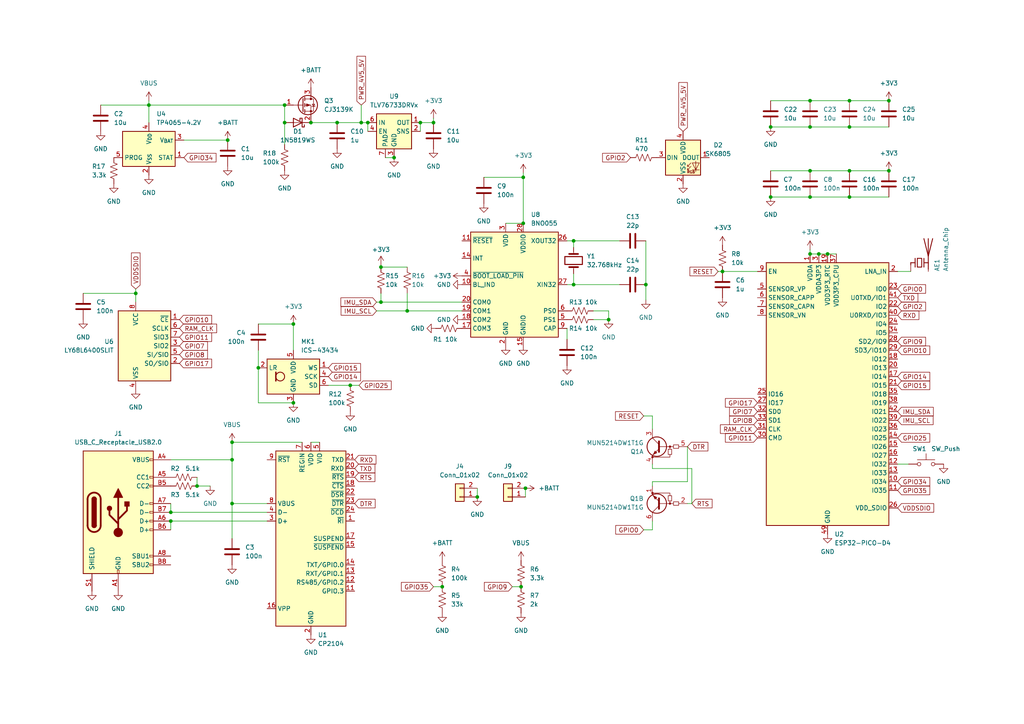
<source format=kicad_sch>
(kicad_sch (version 20230121) (generator eeschema)
  (paper "A4")
  (lib_symbols
    (symbol "Battery_Management:MCP73831-2-OT"
      (property "Reference" "U" (at -7.62 6.35 0))
      (property "Value" "MCP73831-2-OT" (at 1.27 6.35 0))
      (symbol "MCP73831-2-OT_1_1"
        (pin output line (at 10.16 -2.54 180) (length 2.54) (name "STAT") (number "1"))
        (pin power_in line (at 0 -7.62 90) (length 2.54) (name "V_{SS}") (number "2"))
        (pin power_out line (at 10.16 2.54 180) (length 2.54) (name "V_{BAT}") (number "3"))
        (pin power_in line (at 0 7.62 270) (length 2.54) (name "V_{DD}") (number "4"))
        (pin input line (at -10.16 -2.54 0) (length 2.54) (name "PROG") (number "5"))
      )
    )
    (symbol "Connector:USB_C_Receptacle_USB2.0" (pin_names (offset 1.016))
      (property "Reference" "J" (at -10.16 19.05 0))
      (property "Value" "USB_C_Receptacle_USB2.0" (at 19.05 19.05 0))
      (symbol "USB_C_Receptacle_USB2.0_1_1"
        (pin passive line (at 0 -22.86 90) (length 5.08) (name "GND") (number "A1"))
        (pin passive line (at 0 -22.86 90) (length 5.08) hide (name "GND") (number "A12"))
        (pin passive line (at 15.24 15.24 180) (length 5.08) (name "VBUS") (number "A4"))
        (pin bidirectional line (at 15.24 10.16 180) (length 5.08) (name "CC1") (number "A5"))
        (pin bidirectional line (at 15.24 -2.54 180) (length 5.08) (name "D+") (number "A6"))
        (pin bidirectional line (at 15.24 2.54 180) (length 5.08) (name "D-") (number "A7"))
        (pin bidirectional line (at 15.24 -12.7 180) (length 5.08) (name "SBU1") (number "A8"))
        (pin passive line (at 15.24 15.24 180) (length 5.08) hide (name "VBUS") (number "A9"))
        (pin passive line (at 0 -22.86 90) (length 5.08) hide (name "GND") (number "B1"))
        (pin passive line (at 0 -22.86 90) (length 5.08) hide (name "GND") (number "B12"))
        (pin passive line (at 15.24 15.24 180) (length 5.08) hide (name "VBUS") (number "B4"))
        (pin bidirectional line (at 15.24 7.62 180) (length 5.08) (name "CC2") (number "B5"))
        (pin bidirectional line (at 15.24 -5.08 180) (length 5.08) (name "D+") (number "B6"))
        (pin bidirectional line (at 15.24 0 180) (length 5.08) (name "D-") (number "B7"))
        (pin bidirectional line (at 15.24 -15.24 180) (length 5.08) (name "SBU2") (number "B8"))
        (pin passive line (at 15.24 15.24 180) (length 5.08) hide (name "VBUS") (number "B9"))
        (pin passive line (at -7.62 -22.86 90) (length 5.08) (name "SHIELD") (number "S1"))
      )
    )
    (symbol "Connector_Generic:Conn_01x02" (pin_names (offset 1.016) hide)
      (property "Reference" "J" (at 0 2.54 0))
      (property "Value" "Conn_01x02" (at 0 -5.08 0))
      (symbol "Conn_01x02_1_1"
        (pin passive line (at -5.08 0 0) (length 3.81) (name "Pin_1") (number "1"))
        (pin passive line (at -5.08 -2.54 0) (length 3.81) (name "Pin_2") (number "2"))
      )
    )
    (symbol "Device:Antenna_Chip" (pin_numbers hide) (pin_names (offset 1.016) hide)
      (property "Reference" "AE" (at 0 5.08 0))
      (property "Value" "Antenna_Chip" (at 0 3.175 0))
      (symbol "Antenna_Chip_1_1"
        (pin input line (at -2.54 -2.54 90) (length 2.54) (name "FEED") (number "1"))
        (pin passive line (at 2.54 -2.54 90) (length 2.54) (name "PCB_Trace") (number "2"))
      )
    )
    (symbol "Device:C" (pin_numbers hide) (pin_names (offset 0.254))
      (property "Reference" "C" (at 0.635 2.54 0))
      (property "Value" "C" (at 0.635 -2.54 0))
      (symbol "C_1_1"
        (pin passive line (at 0 3.81 270) (length 2.794) (name "~") (number "1"))
        (pin passive line (at 0 -3.81 90) (length 2.794) (name "~") (number "2"))
      )
    )
    (symbol "Device:Crystal" (pin_numbers hide) (pin_names (offset 1.016) hide)
      (property "Reference" "Y" (at 0 3.81 0))
      (property "Value" "Crystal" (at 0 -3.81 0))
      (symbol "Crystal_1_1"
        (pin passive line (at -3.81 0 0) (length 1.27) (name "1") (number "1"))
        (pin passive line (at 3.81 0 180) (length 1.27) (name "2") (number "2"))
      )
    )
    (symbol "Device:R_US" (pin_numbers hide) (pin_names (offset 0))
      (property "Reference" "R" (at 2.54 0 90))
      (property "Value" "R_US" (at -2.54 0 90))
      (symbol "R_US_1_1"
        (pin passive line (at 0 3.81 270) (length 1.27) (name "~") (number "1"))
        (pin passive line (at 0 -3.81 90) (length 1.27) (name "~") (number "2"))
      )
    )
    (symbol "Diode:1N5819WS" (pin_numbers hide) (pin_names (offset 1.016) hide)
      (property "Reference" "D" (at 0 2.54 0))
      (property "Value" "1N5819WS" (at 0 -2.54 0))
      (symbol "1N5819WS_1_1"
        (pin passive line (at -3.81 0 0) (length 2.54) (name "K") (number "1"))
        (pin passive line (at 3.81 0 180) (length 2.54) (name "A") (number "2"))
      )
    )
    (symbol "Interface_USB:CP2104"
      (property "Reference" "U" (at -5.08 28.575 0))
      (property "Value" "CP2104" (at -5.08 26.67 0))
      (symbol "CP2104_1_1"
        (pin input line (at 12.7 5.08 180) (length 2.54) (name "~{RI}") (number "1"))
        (pin no_connect line (at 10.16 -20.32 180) (length 2.54) hide (name "NC") (number "10"))
        (pin bidirectional line (at 12.7 -15.24 180) (length 2.54) (name "GPIO.3") (number "11"))
        (pin bidirectional line (at 12.7 -12.7 180) (length 2.54) (name "RS485/GPIO.2") (number "12"))
        (pin bidirectional line (at 12.7 -10.16 180) (length 2.54) (name "RXT/GPIO.1") (number "13"))
        (pin bidirectional line (at 12.7 -7.62 180) (length 2.54) (name "TXT/GPIO.0") (number "14"))
        (pin output line (at 12.7 -2.54 180) (length 2.54) (name "~{SUSPEND}") (number "15"))
        (pin passive line (at -12.7 -20.32 0) (length 2.54) (name "VPP") (number "16"))
        (pin output line (at 12.7 0 180) (length 2.54) (name "SUSPEND") (number "17"))
        (pin input line (at 12.7 15.24 180) (length 2.54) (name "~{CTS}") (number "18"))
        (pin output line (at 12.7 17.78 180) (length 2.54) (name "~{RTS}") (number "19"))
        (pin power_in line (at 0 -27.94 90) (length 2.54) (name "GND") (number "2"))
        (pin input line (at 12.7 20.32 180) (length 2.54) (name "RXD") (number "20"))
        (pin output line (at 12.7 22.86 180) (length 2.54) (name "TXD") (number "21"))
        (pin input line (at 12.7 12.7 180) (length 2.54) (name "~{DSR}") (number "22"))
        (pin output line (at 12.7 10.16 180) (length 2.54) (name "~{DTR}") (number "23"))
        (pin input line (at 12.7 7.62 180) (length 2.54) (name "~{DCD}") (number "24"))
        (pin passive line (at 0 -27.94 90) (length 2.54) hide (name "GND") (number "25"))
        (pin bidirectional line (at -12.7 5.08 0) (length 2.54) (name "D+") (number "3"))
        (pin bidirectional line (at -12.7 7.62 0) (length 2.54) (name "D-") (number "4"))
        (pin power_in line (at 2.54 27.94 270) (length 2.54) (name "VIO") (number "5"))
        (pin power_in line (at 0 27.94 270) (length 2.54) (name "VDD") (number "6"))
        (pin power_in line (at -2.54 27.94 270) (length 2.54) (name "REGIN") (number "7"))
        (pin input line (at -12.7 10.16 0) (length 2.54) (name "VBUS") (number "8"))
        (pin bidirectional line (at -12.7 22.86 0) (length 2.54) (name "~{RST}") (number "9"))
      )
    )
    (symbol "LED:SK6805" (pin_names (offset 0.254))
      (property "Reference" "D" (at 5.08 5.715 0))
      (property "Value" "SK6805" (at 1.27 -5.715 0))
      (symbol "SK6805_0_0"
        (text "RGB" (at 2.286 -4.191 0) (effects (font (size 0.762 0.762))))
      )
      (symbol "SK6805_1_1"
        (pin output line (at 7.62 0 180) (length 2.54) (name "DOUT") (number "1"))
        (pin power_in line (at 0 -7.62 90) (length 2.54) (name "VSS") (number "2"))
        (pin input line (at -7.62 0 0) (length 2.54) (name "DIN") (number "3"))
        (pin power_in line (at 0 7.62 270) (length 2.54) (name "VDD") (number "4"))
      )
    )
    (symbol "Memory_RAM:ESP-PSRAM32"
      (property "Reference" "U" (at 3.81 11.43 0))
      (property "Value" "ESP-PSRAM32" (at -1.27 -11.43 0))
      (symbol "ESP-PSRAM32_1_1"
        (pin input line (at 10.16 7.62 180) (length 2.54) (name "~{CE}") (number "1"))
        (pin output line (at 10.16 -5.08 180) (length 2.54) (name "SO/SIO") (number "2"))
        (pin bidirectional line (at 10.16 0 180) (length 2.54) (name "SIO2") (number "3"))
        (pin power_in line (at -2.54 -12.7 90) (length 2.54) (name "VSS") (number "4"))
        (pin input line (at 10.16 -2.54 180) (length 2.54) (name "SI/SIO") (number "5"))
        (pin output line (at 10.16 5.08 180) (length 2.54) (name "SCLK") (number "6"))
        (pin bidirectional line (at 10.16 2.54 180) (length 2.54) (name "SIO3") (number "7"))
        (pin power_in line (at -2.54 12.7 270) (length 2.54) (name "VCC") (number "8"))
      )
    )
    (symbol "RF_Module:ESP32-PICO-D4"
      (property "Reference" "U" (at -17.78 39.37 0))
      (property "Value" "ESP32-PICO-D4" (at 3.81 39.37 0))
      (symbol "ESP32-PICO-D4_0_0"
        (pin power_in line (at -5.08 40.64 270) (length 2.54) (name "VDDA") (number "1"))
        (pin input line (at 20.32 -25.4 180) (length 2.54) (name "IO34") (number "10"))
        (pin input line (at 20.32 -27.94 180) (length 2.54) (name "IO35") (number "11"))
        (pin bidirectional line (at 20.32 -20.32 180) (length 2.54) (name "IO32") (number "12"))
        (pin bidirectional line (at 20.32 -22.86 180) (length 2.54) (name "IO33") (number "13"))
        (pin bidirectional line (at 20.32 -12.7 180) (length 2.54) (name "IO25") (number "14"))
        (pin bidirectional line (at 20.32 -15.24 180) (length 2.54) (name "IO26") (number "15"))
        (pin bidirectional line (at 20.32 -17.78 180) (length 2.54) (name "IO27") (number "16"))
        (pin bidirectional line (at 20.32 5.08 180) (length 2.54) (name "IO14") (number "17"))
        (pin bidirectional line (at 20.32 10.16 180) (length 2.54) (name "IO12") (number "18"))
        (pin power_in line (at 0 40.64 270) (length 2.54) (name "VDD3P3_RTC") (number "19"))
        (pin bidirectional line (at 20.32 35.56 180) (length 2.54) (name "LNA_IN") (number "2"))
        (pin bidirectional line (at 20.32 7.62 180) (length 2.54) (name "IO13") (number "20"))
        (pin bidirectional line (at 20.32 2.54 180) (length 2.54) (name "IO15") (number "21"))
        (pin bidirectional line (at 20.32 25.4 180) (length 2.54) (name "IO2") (number "22"))
        (pin bidirectional line (at 20.32 30.48 180) (length 2.54) (name "IO0") (number "23"))
        (pin bidirectional line (at 20.32 20.32 180) (length 2.54) (name "IO4") (number "24"))
        (pin bidirectional line (at -20.32 0 0) (length 2.54) (name "IO16") (number "25"))
        (pin power_out line (at 20.32 -33.02 180) (length 2.54) (name "VDD_SDIO") (number "26"))
        (pin bidirectional line (at -20.32 -2.54 0) (length 2.54) (name "IO17") (number "27"))
        (pin bidirectional line (at 20.32 15.24 180) (length 2.54) (name "SD2/IO9") (number "28"))
        (pin bidirectional line (at 20.32 12.7 180) (length 2.54) (name "SD3/IO10") (number "29"))
        (pin power_in line (at -2.54 40.64 270) (length 2.54) (name "VDDA3P3") (number "3"))
        (pin bidirectional line (at -20.32 -12.7 0) (length 2.54) (name "CMD") (number "30"))
        (pin bidirectional line (at -20.32 -10.16 0) (length 2.54) (name "CLK") (number "31"))
        (pin bidirectional line (at -20.32 -5.08 0) (length 2.54) (name "SD0") (number "32"))
        (pin bidirectional line (at -20.32 -7.62 0) (length 2.54) (name "SD1") (number "33"))
        (pin bidirectional line (at 20.32 17.78 180) (length 2.54) (name "IO5") (number "34"))
        (pin bidirectional line (at 20.32 0 180) (length 2.54) (name "IO18") (number "35"))
        (pin bidirectional line (at 20.32 -10.16 180) (length 2.54) (name "IO23") (number "36"))
        (pin power_in line (at 2.54 40.64 270) (length 2.54) (name "VDD3P3_CPU") (number "37"))
        (pin bidirectional line (at 20.32 -2.54 180) (length 2.54) (name "IO19") (number "38"))
        (pin bidirectional line (at 20.32 -7.62 180) (length 2.54) (name "IO22") (number "39"))
        (pin passive line (at -2.54 40.64 270) (length 2.54) hide (name "VDDA3P3") (number "4"))
        (pin bidirectional line (at 20.32 22.86 180) (length 2.54) (name "U0RXD/IO3") (number "40"))
        (pin bidirectional line (at 20.32 27.94 180) (length 2.54) (name "U0TXD/IO1") (number "41"))
        (pin bidirectional line (at 20.32 -5.08 180) (length 2.54) (name "IO21") (number "42"))
        (pin passive line (at -5.08 40.64 270) (length 2.54) hide (name "VDDA") (number "43"))
        (pin no_connect line (at -17.78 -25.4 0) (length 2.54) hide (name "XTAL_N_NC") (number "44"))
        (pin no_connect line (at -17.78 -27.94 0) (length 2.54) hide (name "XTAL_P_NC") (number "45"))
        (pin passive line (at -5.08 40.64 270) (length 2.54) hide (name "VDDA") (number "46"))
        (pin no_connect line (at -17.78 -30.48 0) (length 2.54) hide (name "CAP2_NC") (number "47"))
        (pin no_connect line (at -17.78 -33.02 0) (length 2.54) hide (name "CAP1_NC") (number "48"))
        (pin power_in line (at 0 -40.64 90) (length 2.54) (name "GND") (number "49"))
        (pin input line (at -20.32 30.48 0) (length 2.54) (name "SENSOR_VP") (number "5"))
        (pin input line (at -20.32 27.94 0) (length 2.54) (name "SENSOR_CAPP") (number "6"))
        (pin input line (at -20.32 25.4 0) (length 2.54) (name "SENSOR_CAPN") (number "7"))
        (pin input line (at -20.32 22.86 0) (length 2.54) (name "SENSOR_VN") (number "8"))
        (pin input line (at -20.32 35.56 0) (length 2.54) (name "EN") (number "9"))
      )
    )
    (symbol "Regulator_Linear:TLV76733DRVx"
      (property "Reference" "U" (at 0 8.89 0))
      (property "Value" "TLV76733DRVx" (at 0 6.35 0))
      (symbol "TLV76733DRVx_1_1"
        (pin power_out line (at 7.62 2.54 180) (length 2.54) (name "OUT") (number "1"))
        (pin input line (at 7.62 0 180) (length 2.54) (name "SNS") (number "2"))
        (pin power_in line (at 0 -7.62 90) (length 2.54) (name "GND") (number "3"))
        (pin input line (at -7.62 0 0) (length 2.54) (name "EN") (number "4"))
        (pin passive line (at 0 -7.62 90) (length 2.54) hide (name "GND") (number "5"))
        (pin power_in line (at -7.62 2.54 0) (length 2.54) (name "IN") (number "6"))
        (pin passive line (at -2.54 -7.62 90) (length 2.54) (name "PAD") (number "7"))
      )
    )
    (symbol "Sensor_Audio:ICS-43434"
      (property "Reference" "MK" (at -7.62 6.35 0))
      (property "Value" "ICS-43434" (at 1.27 6.35 0))
      (symbol "ICS-43434_1_1"
        (pin input line (at 10.16 2.54 180) (length 2.54) (name "WS") (number "1"))
        (pin input line (at -10.16 2.54 0) (length 2.54) (name "LR") (number "2"))
        (pin power_in line (at 0 -7.62 90) (length 2.54) (name "GND") (number "3"))
        (pin input line (at 10.16 0 180) (length 2.54) (name "SCK") (number "4"))
        (pin power_in line (at 0 7.62 270) (length 2.54) (name "VDD") (number "5"))
        (pin output line (at 10.16 -2.54 180) (length 2.54) (name "SD") (number "6"))
      )
    )
    (symbol "Sensor_Motion:BNO055"
      (property "Reference" "U" (at -11.43 16.51 0))
      (property "Value" "BNO055" (at 12.7 16.51 0))
      (symbol "BNO055_1_1"
        (pin no_connect line (at -12.7 10.16 0) (length 2.54) hide (name "PIN1") (number "1"))
        (pin output line (at -15.24 0 0) (length 2.54) (name "BL_IND") (number "10"))
        (pin input line (at -15.24 12.7 0) (length 2.54) (name "~{RESET}") (number "11"))
        (pin no_connect line (at 12.7 10.16 180) (length 2.54) hide (name "PIN12") (number "12"))
        (pin no_connect line (at 12.7 7.62 180) (length 2.54) hide (name "PIN13") (number "13"))
        (pin output line (at -15.24 7.62 0) (length 2.54) (name "INT") (number "14"))
        (pin power_in line (at 2.54 -17.78 90) (length 2.54) (name "GNDIO") (number "15"))
        (pin passive line (at 2.54 -17.78 90) (length 2.54) hide (name "GNDIO") (number "16"))
        (pin input line (at -15.24 -12.7 0) (length 2.54) (name "COM3") (number "17"))
        (pin passive line (at -15.24 -10.16 0) (length 2.54) (name "COM2") (number "18"))
        (pin bidirectional line (at -15.24 -7.62 0) (length 2.54) (name "COM1") (number "19"))
        (pin power_in line (at -2.54 -17.78 90) (length 2.54) (name "GND") (number "2"))
        (pin bidirectional line (at -15.24 -5.08 0) (length 2.54) (name "COM0") (number "20"))
        (pin no_connect line (at 12.7 5.08 180) (length 2.54) hide (name "PIN21") (number "21"))
        (pin no_connect line (at 12.7 2.54 180) (length 2.54) hide (name "PIN22") (number "22"))
        (pin no_connect line (at 12.7 -2.54 180) (length 2.54) hide (name "PIN23") (number "23"))
        (pin no_connect line (at 12.7 -5.08 180) (length 2.54) hide (name "PIN24") (number "24"))
        (pin passive line (at 2.54 -17.78 90) (length 2.54) hide (name "GNDIO") (number "25"))
        (pin output line (at 15.24 12.7 180) (length 2.54) (name "XOUT32") (number "26"))
        (pin input line (at 15.24 0 180) (length 2.54) (name "XIN32") (number "27"))
        (pin power_in line (at 2.54 17.78 270) (length 2.54) (name "VDDIO") (number "28"))
        (pin power_in line (at -2.54 17.78 270) (length 2.54) (name "VDD") (number "3"))
        (pin input line (at -15.24 2.54 0) (length 2.54) (name "~{BOOT_LOAD_PIN}") (number "4"))
        (pin input line (at 15.24 -10.16 180) (length 2.54) (name "PS1") (number "5"))
        (pin input line (at 15.24 -7.62 180) (length 2.54) (name "PS0") (number "6"))
        (pin no_connect line (at -12.7 5.08 0) (length 2.54) hide (name "PIN7") (number "7"))
        (pin no_connect line (at -12.7 -2.54 0) (length 2.54) hide (name "PIN8") (number "8"))
        (pin passive line (at 15.24 -12.7 180) (length 2.54) (name "CAP") (number "9"))
      )
    )
    (symbol "Switch:SW_Push" (pin_numbers hide) (pin_names (offset 1.016) hide)
      (property "Reference" "SW" (at 1.27 2.54 0))
      (property "Value" "SW_Push" (at 0 -1.524 0))
      (symbol "SW_Push_0_1"
        (pin passive line (at -5.08 0 0) (length 2.54) (name "1") (number "1"))
        (pin passive line (at 5.08 0 180) (length 2.54) (name "2") (number "2"))
      )
    )
    (symbol "Transistor_BJT:MUN5211DW1" (pin_names hide)
      (property "Reference" "Q" (at 3.81 1.27 0))
      (property "Value" "MUN5211DW1" (at 3.81 -1.27 0))
      (symbol "MUN5211DW1_1_1"
        (pin passive line (at 1.27 5.08 270) (length 2.54) (name "C1") (number "3"))
        (pin passive line (at 1.27 -5.08 90) (length 2.54) (name "E1") (number "4"))
        (pin input line (at -8.89 0 0) (length 2.54) (name "B1") (number "5"))
      )
      (symbol "MUN5211DW1_2_1"
        (pin passive line (at 1.27 -5.08 90) (length 2.54) (name "E2") (number "1"))
        (pin input line (at -8.89 0 0) (length 2.54) (name "B2") (number "2"))
        (pin passive line (at 1.27 5.08 270) (length 2.54) (name "C2") (number "6"))
      )
    )
    (symbol "Transistor_FET:AO3401A" (pin_names hide)
      (property "Reference" "Q" (at 5.08 1.905 0))
      (property "Value" "AO3401A" (at 5.08 0 0))
      (symbol "AO3401A_1_1"
        (pin input line (at -5.08 0 0) (length 2.54) (name "G") (number "1"))
        (pin passive line (at 2.54 -5.08 90) (length 2.54) (name "S") (number "2"))
        (pin passive line (at 2.54 5.08 270) (length 2.54) (name "D") (number "3"))
      )
    )
    (symbol "power:+3V3" (power) (pin_names (offset 0))
      (property "Value" "+3V3" (at 0 3.556 0))
      (symbol "+3V3_1_1"
        (pin power_in line (at 0 0 90) (length 0) hide (name "+3V3") (number "1"))
      )
    )
    (symbol "power:+BATT" (power) (pin_names (offset 0))
      (property "Value" "+BATT" (at 0 3.556 0))
      (symbol "+BATT_1_1"
        (pin power_in line (at 0 0 90) (length 0) hide (name "+BATT") (number "1"))
      )
    )
    (symbol "power:GND" (power) (pin_names (offset 0))
      (property "Value" "GND" (at 0 -3.81 0))
      (symbol "GND_1_1"
        (pin power_in line (at 0 0 270) (length 0) hide (name "GND") (number "1"))
      )
    )
    (symbol "power:VBUS" (power) (pin_names (offset 0))
      (property "Value" "VBUS" (at 0 3.81 0))
      (symbol "VBUS_1_1"
        (pin power_in line (at 0 0 90) (length 0) hide (name "VBUS") (number "1"))
      )
    )
  )
  (junction (at 66.04 40.64))
  (junction (at 67.31 128.27))
  (junction (at 151.13 170.18))
  (junction (at 90.17 35.56))
  (junction (at 67.31 146.05))
  (junction (at 43.18 30.48))
  (junction (at 223.52 36.83))
  (junction (at 237.49 73.66))
  (junction (at 85.09 93.98))
  (junction (at 209.55 78.74))
  (junction (at 246.38 36.83))
  (junction (at 49.53 148.59))
  (junction (at 166.37 82.55))
  (junction (at 187.325 82.55))
  (junction (at 151.765 51.435))
  (junction (at 151.765 64.77))
  (junction (at 125.73 35.56))
  (junction (at 138.43 144.145))
  (junction (at 85.09 116.84))
  (junction (at 110.49 87.63))
  (junction (at 82.55 30.48))
  (junction (at 246.38 57.15))
  (junction (at 176.53 92.71))
  (junction (at 234.95 29.21))
  (junction (at 166.37 69.85))
  (junction (at 106.68 35.56))
  (junction (at 104.775 35.56))
  (junction (at 257.81 49.53))
  (junction (at 49.53 151.13))
  (junction (at 39.37 85.09))
  (junction (at 110.49 77.47))
  (junction (at 234.95 57.15))
  (junction (at 114.3 45.72))
  (junction (at 121.92 35.56))
  (junction (at 246.38 49.53))
  (junction (at 67.31 133.35))
  (junction (at 240.03 73.66))
  (junction (at 101.6 111.76))
  (junction (at 257.81 29.21))
  (junction (at 234.95 73.66))
  (junction (at 223.52 57.15))
  (junction (at 97.79 35.56))
  (junction (at 152.4 141.605))
  (junction (at 234.95 49.53))
  (junction (at 118.11 90.17))
  (junction (at 246.38 29.21))
  (junction (at 82.55 35.56))
  (junction (at 74.93 106.68))
  (junction (at 234.95 36.83))
  (junction (at 128.27 170.18))
  (junction (at 57.15 140.97))
  (wire (pts (xy 118.11 85.09) (xy 118.11 90.17)))
  (wire (pts (xy 223.52 49.53) (xy 234.95 49.53)))
  (wire (pts (xy 234.95 36.83) (xy 246.38 36.83)))
  (wire (pts (xy 74.93 106.68) (xy 74.93 116.84)))
  (wire (pts (xy 151.765 51.435) (xy 151.765 64.77)))
  (wire (pts (xy 234.95 72.39) (xy 234.95 73.66)))
  (wire (pts (xy 146.685 64.77) (xy 151.765 64.77)))
  (wire (pts (xy 199.39 139.7) (xy 199.39 129.54)))
  (wire (pts (xy 110.49 85.09) (xy 110.49 87.63)))
  (wire (pts (xy 49.53 133.35) (xy 67.31 133.35)))
  (wire (pts (xy 74.93 116.84) (xy 85.09 116.84)))
  (wire (pts (xy 82.55 30.48) (xy 82.55 35.56)))
  (wire (pts (xy 234.95 29.21) (xy 246.38 29.21)))
  (wire (pts (xy 49.53 151.13) (xy 77.47 151.13)))
  (wire (pts (xy 172.085 90.17) (xy 176.53 90.17)))
  (wire (pts (xy 140.335 51.435) (xy 151.765 51.435)))
  (wire (pts (xy 49.53 148.59) (xy 77.47 148.59)))
  (wire (pts (xy 263.525 134.62) (xy 260.35 134.62)))
  (wire (pts (xy 104.775 30.48) (xy 104.775 35.56)))
  (wire (pts (xy 125.73 34.29) (xy 125.73 35.56)))
  (wire (pts (xy 189.23 120.65) (xy 189.23 124.46)))
  (wire (pts (xy 74.93 93.98) (xy 85.09 93.98)))
  (wire (pts (xy 209.55 78.74) (xy 219.71 78.74)))
  (wire (pts (xy 187.325 82.55) (xy 187.325 86.995)))
  (wire (pts (xy 111.76 45.72) (xy 114.3 45.72)))
  (wire (pts (xy 104.14 111.76) (xy 101.6 111.76)))
  (wire (pts (xy 49.53 151.13) (xy 49.53 153.67)))
  (wire (pts (xy 223.52 57.15) (xy 234.95 57.15)))
  (wire (pts (xy 164.465 98.425) (xy 164.465 95.25)))
  (wire (pts (xy 166.37 71.755) (xy 166.37 69.85)))
  (wire (pts (xy 121.92 35.56) (xy 125.73 35.56)))
  (wire (pts (xy 246.38 57.15) (xy 257.81 57.15)))
  (wire (pts (xy 208.28 78.74) (xy 209.55 78.74)))
  (wire (pts (xy 189.23 135.89) (xy 189.23 134.62)))
  (wire (pts (xy 264.16 78.74) (xy 260.35 78.74)))
  (wire (pts (xy 67.31 133.35) (xy 67.31 146.05)))
  (wire (pts (xy 39.37 83.82) (xy 39.37 85.09)))
  (wire (pts (xy 90.17 35.56) (xy 97.79 35.56)))
  (wire (pts (xy 234.95 73.66) (xy 237.49 73.66)))
  (wire (pts (xy 138.43 141.605) (xy 138.43 144.145)))
  (wire (pts (xy 43.18 30.48) (xy 43.18 35.56)))
  (wire (pts (xy 152.4 141.605) (xy 152.4 144.145)))
  (wire (pts (xy 43.18 29.21) (xy 43.18 30.48)))
  (wire (pts (xy 67.31 146.05) (xy 77.47 146.05)))
  (wire (pts (xy 87.63 128.27) (xy 67.31 128.27)))
  (wire (pts (xy 97.79 35.56) (xy 104.775 35.56)))
  (wire (pts (xy 49.53 146.05) (xy 49.53 148.59)))
  (wire (pts (xy 223.52 29.21) (xy 234.95 29.21)))
  (wire (pts (xy 110.49 76.835) (xy 110.49 77.47)))
  (wire (pts (xy 166.37 82.55) (xy 166.37 79.375)))
  (wire (pts (xy 200.66 146.05) (xy 199.39 146.05)))
  (wire (pts (xy 82.55 35.56) (xy 82.55 41.91)))
  (wire (pts (xy 237.49 73.66) (xy 240.03 73.66)))
  (wire (pts (xy 90.17 128.27) (xy 92.71 128.27)))
  (wire (pts (xy 186.69 120.65) (xy 189.23 120.65)))
  (wire (pts (xy 172.085 92.71) (xy 176.53 92.71)))
  (wire (pts (xy 179.705 69.85) (xy 166.37 69.85)))
  (wire (pts (xy 246.38 29.21) (xy 257.81 29.21)))
  (wire (pts (xy 125.73 170.18) (xy 128.27 170.18)))
  (wire (pts (xy 151.765 50.165) (xy 151.765 51.435)))
  (wire (pts (xy 29.21 30.48) (xy 43.18 30.48)))
  (wire (pts (xy 104.775 35.56) (xy 106.68 35.56)))
  (wire (pts (xy 189.23 140.97) (xy 189.23 139.7)))
  (wire (pts (xy 246.38 49.53) (xy 257.81 49.53)))
  (wire (pts (xy 189.23 153.67) (xy 189.23 151.13)))
  (wire (pts (xy 67.31 128.27) (xy 67.31 133.35)))
  (wire (pts (xy 109.22 87.63) (xy 110.49 87.63)))
  (wire (pts (xy 200.66 135.89) (xy 200.66 146.05)))
  (wire (pts (xy 57.15 138.43) (xy 57.15 140.97)))
  (wire (pts (xy 121.92 35.56) (xy 121.92 38.1)))
  (wire (pts (xy 234.95 57.15) (xy 246.38 57.15)))
  (wire (pts (xy 246.38 36.83) (xy 257.81 36.83)))
  (wire (pts (xy 43.18 30.48) (xy 82.55 30.48)))
  (wire (pts (xy 164.465 82.55) (xy 166.37 82.55)))
  (wire (pts (xy 24.13 85.09) (xy 39.37 85.09)))
  (wire (pts (xy 187.325 69.85) (xy 187.325 82.55)))
  (wire (pts (xy 189.23 139.7) (xy 199.39 139.7)))
  (wire (pts (xy 234.95 49.53) (xy 246.38 49.53)))
  (wire (pts (xy 74.93 101.6) (xy 74.93 106.68)))
  (wire (pts (xy 110.49 87.63) (xy 133.985 87.63)))
  (wire (pts (xy 57.15 140.97) (xy 60.96 140.97)))
  (wire (pts (xy 176.53 90.17) (xy 176.53 92.71)))
  (wire (pts (xy 189.23 135.89) (xy 200.66 135.89)))
  (wire (pts (xy 118.11 90.17) (xy 133.985 90.17)))
  (wire (pts (xy 66.04 40.64) (xy 53.34 40.64)))
  (wire (pts (xy 148.59 170.18) (xy 151.13 170.18)))
  (wire (pts (xy 166.37 69.85) (xy 164.465 69.85)))
  (wire (pts (xy 186.69 153.67) (xy 189.23 153.67)))
  (wire (pts (xy 67.31 146.05) (xy 67.31 156.21)))
  (wire (pts (xy 179.705 82.55) (xy 166.37 82.55)))
  (wire (pts (xy 240.03 73.66) (xy 242.57 73.66)))
  (wire (pts (xy 109.22 90.17) (xy 118.11 90.17)))
  (wire (pts (xy 110.49 77.47) (xy 118.11 77.47)))
  (wire (pts (xy 101.6 111.76) (xy 95.25 111.76)))
  (wire (pts (xy 85.09 93.98) (xy 85.09 101.6)))
  (wire (pts (xy 106.68 35.56) (xy 106.68 38.1)))
  (wire (pts (xy 223.52 36.83) (xy 234.95 36.83)))
  (wire (pts (xy 39.37 85.09) (xy 39.37 87.63)))
  (global_label "GPIO0" (shape input) (at 186.69 153.67 180) (property "Intersheetrefs" "${INTERSHEET_REFS}" (effects hide)))
  (global_label "RESET" (shape input) (at 208.28 78.74 180) (property "Intersheetrefs" "${INTERSHEET_REFS}" (effects hide)))
  (global_label "IMU_SCL" (shape input) (at 260.35 121.92 0) (property "Intersheetrefs" "${INTERSHEET_REFS}" (effects hide)))
  (global_label "TXD" (shape input) (at 260.35 86.36 0) (property "Intersheetrefs" "${INTERSHEET_REFS}" (effects hide)))
  (global_label "GPIO17" (shape input) (at 219.71 116.84 180) (property "Intersheetrefs" "${INTERSHEET_REFS}" (effects hide)))
  (global_label "GPIO14" (shape input) (at 95.25 109.22 0) (property "Intersheetrefs" "${INTERSHEET_REFS}" (effects hide)))
  (global_label "GPIO7" (shape input) (at 219.71 119.38 180) (property "Intersheetrefs" "${INTERSHEET_REFS}" (effects hide)))
  (global_label "GPIO25" (shape input) (at 104.14 111.76 0) (property "Intersheetrefs" "${INTERSHEET_REFS}" (effects hide)))
  (global_label "RXD" (shape input) (at 102.87 133.35 0) (property "Intersheetrefs" "${INTERSHEET_REFS}" (effects hide)))
  (global_label "GPIO2" (shape input) (at 182.88 45.72 180) (property "Intersheetrefs" "${INTERSHEET_REFS}" (effects hide)))
  (global_label "GPIO15" (shape input) (at 260.35 111.76 0) (property "Intersheetrefs" "${INTERSHEET_REFS}" (effects hide)))
  (global_label "RTS" (shape input) (at 102.87 138.43 0) (property "Intersheetrefs" "${INTERSHEET_REFS}" (effects hide)))
  (global_label "GPIO8" (shape input) (at 52.07 102.87 0) (property "Intersheetrefs" "${INTERSHEET_REFS}" (effects hide)))
  (global_label "GPIO17" (shape input) (at 52.07 105.41 0) (property "Intersheetrefs" "${INTERSHEET_REFS}" (effects hide)))
  (global_label "GPIO15" (shape input) (at 95.25 106.68 0) (property "Intersheetrefs" "${INTERSHEET_REFS}" (effects hide)))
  (global_label "RAM_CLK" (shape input) (at 219.71 124.46 180) (property "Intersheetrefs" "${INTERSHEET_REFS}" (effects hide)))
  (global_label "IMU_SCL" (shape input) (at 109.22 90.17 180) (property "Intersheetrefs" "${INTERSHEET_REFS}" (effects hide)))
  (global_label "GPIO10" (shape input) (at 52.07 92.71 0) (property "Intersheetrefs" "${INTERSHEET_REFS}" (effects hide)))
  (global_label "VDDSDIO" (shape input) (at 260.35 147.32 0) (property "Intersheetrefs" "${INTERSHEET_REFS}" (effects hide)))
  (global_label "RESET" (shape input) (at 186.69 120.65 180) (property "Intersheetrefs" "${INTERSHEET_REFS}" (effects hide)))
  (global_label "GPIO8" (shape input) (at 219.71 121.92 180) (property "Intersheetrefs" "${INTERSHEET_REFS}" (effects hide)))
  (global_label "GPIO0" (shape input) (at 260.35 83.82 0) (property "Intersheetrefs" "${INTERSHEET_REFS}" (effects hide)))
  (global_label "IMU_SDA" (shape input) (at 109.22 87.63 180) (property "Intersheetrefs" "${INTERSHEET_REFS}" (effects hide)))
  (global_label "GPIO11" (shape input) (at 219.71 127 180) (property "Intersheetrefs" "${INTERSHEET_REFS}" (effects hide)))
  (global_label "GPIO9" (shape input) (at 260.35 99.06 0) (property "Intersheetrefs" "${INTERSHEET_REFS}" (effects hide)))
  (global_label "GPIO35" (shape input) (at 260.35 142.24 0) (property "Intersheetrefs" "${INTERSHEET_REFS}" (effects hide)))
  (global_label "GPIO34" (shape input) (at 260.35 139.7 0) (property "Intersheetrefs" "${INTERSHEET_REFS}" (effects hide)))
  (global_label "IMU_SDA" (shape input) (at 260.35 119.38 0) (property "Intersheetrefs" "${INTERSHEET_REFS}" (effects hide)))
  (global_label "GPIO10" (shape input) (at 260.35 101.6 0) (property "Intersheetrefs" "${INTERSHEET_REFS}" (effects hide)))
  (global_label "GPIO35" (shape input) (at 125.73 170.18 180) (property "Intersheetrefs" "${INTERSHEET_REFS}" (effects hide)))
  (global_label "DTR" (shape input) (at 199.39 129.54 0) (property "Intersheetrefs" "${INTERSHEET_REFS}" (effects hide)))
  (global_label "RXD" (shape input) (at 260.35 91.44 0) (property "Intersheetrefs" "${INTERSHEET_REFS}" (effects hide)))
  (global_label "DTR" (shape input) (at 102.87 146.05 0) (property "Intersheetrefs" "${INTERSHEET_REFS}" (effects hide)))
  (global_label "TXD" (shape input) (at 102.87 135.89 0) (property "Intersheetrefs" "${INTERSHEET_REFS}" (effects hide)))
  (global_label "PWR_4V5_5V" (shape input) (at 198.12 38.1 90) (property "Intersheetrefs" "${INTERSHEET_REFS}" (effects hide)))
  (global_label "GPIO25" (shape input) (at 260.35 127 0) (property "Intersheetrefs" "${INTERSHEET_REFS}" (effects hide)))
  (global_label "RAM_CLK" (shape input) (at 52.07 95.25 0) (property "Intersheetrefs" "${INTERSHEET_REFS}" (effects hide)))
  (global_label "PWR_4V5_5V" (shape input) (at 104.775 30.48 90) (property "Intersheetrefs" "${INTERSHEET_REFS}" (effects hide)))
  (global_label "GPIO2" (shape input) (at 260.35 88.9 0) (property "Intersheetrefs" "${INTERSHEET_REFS}" (effects hide)))
  (global_label "GPIO34" (shape input) (at 53.34 45.72 0) (property "Intersheetrefs" "${INTERSHEET_REFS}" (effects hide)))
  (global_label "GPIO7" (shape input) (at 52.07 100.33 0) (property "Intersheetrefs" "${INTERSHEET_REFS}" (effects hide)))
  (global_label "VDDSDIO" (shape input) (at 39.37 83.82 90) (property "Intersheetrefs" "${INTERSHEET_REFS}" (effects hide)))
  (global_label "GPIO14" (shape input) (at 260.35 109.22 0) (property "Intersheetrefs" "${INTERSHEET_REFS}" (effects hide)))
  (global_label "GPIO9" (shape input) (at 148.59 170.18 180) (property "Intersheetrefs" "${INTERSHEET_REFS}" (effects hide)))
  (global_label "RTS" (shape input) (at 200.66 146.05 0) (property "Intersheetrefs" "${INTERSHEET_REFS}" (effects hide)))
  (global_label "GPIO11" (shape input) (at 52.07 97.79 0) (property "Intersheetrefs" "${INTERSHEET_REFS}" (effects hide)))
  (symbol (lib_id "Device:R_US") (at 128.27 173.99 0) (unit 1)
    (property "Reference" "R5" (at 130.81 172.72 0) (effects (justify left)))
    (property "Value" "33k" (at 130.81 175.26 0) (effects (justify left)))
    (property "Footprint" "Resistor_SMD:R_0402_1005Metric" (effects hide))
  )
  (symbol (lib_id "RF_Module:ESP32-PICO-D4") (at 240.03 114.3 0) (unit 1)
    (property "Reference" "U2" (at 242.0494 154.94 0) (effects (justify left)))
    (property "Value" "ESP32-PICO-D4" (at 242.0494 157.48 0) (effects (justify left)))
    (property "Footprint" "Package_DFN_QFN:QFN-48-1EP_7x7mm_P0.5mm_EP5.3x5.3mm" (effects hide))
    (property "Datasheet" "https://www.espressif.com/sites/default/files/documentation/esp32-pico-d4_datasheet_en.pdf" (effects hide))
  )
  (symbol (lib_id "Device:R_US") (at 130.175 95.25 270) (unit 1)
    (property "Reference" "R1" (at 128.27 98.425 90) (effects (justify right)))
    (property "Value" "10k" (at 132.715 98.425 90) (effects (justify right)))
    (property "Footprint" "Resistor_SMD:R_0402_1005Metric" (effects hide))
  )
  (symbol (lib_id "power:+BATT") (at 128.27 162.56 0) (unit 1)
    (property "Reference" "#PWR014" (effects hide))
    (property "Value" "+BATT" (at 128.27 157.48 0))
  )
  (symbol (lib_id "Device:R_US") (at 209.55 74.93 0) (unit 1)
    (property "Reference" "R8" (at 212.09 73.66 0) (effects (justify left)))
    (property "Value" "10k" (at 212.09 76.2 0) (effects (justify left)))
    (property "Footprint" "Resistor_SMD:R_0402_1005Metric" (effects hide))
  )
  (symbol (lib_id "Device:C") (at 29.21 34.29 0) (unit 1)
    (property "Reference" "C2" (at 33.02 33.02 0) (effects (justify left)))
    (property "Value" "10u" (at 33.02 35.56 0) (effects (justify left)))
    (property "Footprint" "Capacitor_SMD:C_0402_1005Metric" (effects hide))
  )
  (symbol (lib_id "power:GND") (at 240.03 154.94 0) (unit 1)
    (property "Reference" "#PWR031" (effects hide))
    (property "Value" "GND" (at 240.03 160.02 0))
  )
  (symbol (lib_id "Device:C") (at 257.81 53.34 0) (unit 1)
    (property "Reference" "C17" (at 261.62 52.07 0) (effects (justify left)))
    (property "Value" "100n" (at 261.62 54.61 0) (effects (justify left)))
    (property "Footprint" "Capacitor_SMD:C_0402_1005Metric" (effects hide))
  )
  (symbol (lib_id "power:+BATT") (at 152.4 141.605 270) (unit 1)
    (property "Reference" "#PWR058" (effects hide))
    (property "Value" "+BATT" (at 156.21 141.605 90) (effects (justify left)))
  )
  (symbol (lib_id "Device:R_US") (at 168.275 92.71 270) (unit 1)
    (property "Reference" "R14" (at 168.91 95.25 90) (effects (justify right)))
    (property "Value" "10k" (at 173.355 95.25 90) (effects (justify right)))
    (property "Footprint" "Resistor_SMD:R_0402_1005Metric" (effects hide))
  )
  (symbol (lib_id "power:+BATT") (at 66.04 40.64 0) (unit 1)
    (property "Reference" "#PWR04" (effects hide))
    (property "Value" "+BATT" (at 66.04 35.56 0))
  )
  (symbol (lib_id "Switch:SW_Push") (at 268.605 134.62 0) (unit 1)
    (property "Reference" "SW1" (at 266.7 130.175 0))
    (property "Value" "SW_Push" (at 274.32 130.175 0))
    (property "Footprint" "Button_Switch_THT:SW_PUSH_6mm_H13mm" (effects hide))
  )
  (symbol (lib_id "power:GND") (at 164.465 106.045 0) (unit 1)
    (property "Reference" "#PWR019" (effects hide))
    (property "Value" "GND" (at 164.465 111.125 0))
  )
  (symbol (lib_id "power:+3V3") (at 85.09 93.98 0) (unit 1)
    (property "Reference" "#PWR029" (effects hide))
    (property "Value" "+3V3" (at 85.09 88.9 0))
  )
  (symbol (lib_id "power:GND") (at 126.365 95.25 270) (unit 1)
    (property "Reference" "#PWR028" (effects hide))
    (property "Value" "GND" (at 123.19 95.25 90) (effects (justify right)))
  )
  (symbol (lib_id "power:GND") (at 39.37 113.03 0) (unit 1)
    (property "Reference" "#PWR017" (effects hide))
    (property "Value" "GND" (at 39.37 118.11 0))
  )
  (symbol (lib_id "Connector:USB_C_Receptacle_USB2.0") (at 34.29 148.59 0) (unit 1)
    (property "Reference" "J1" (at 34.29 125.73 0))
    (property "Value" "USB_C_Receptacle_USB2.0" (at 34.29 128.27 0))
    (property "Footprint" "Connector_USB:USB_C_Receptacle_Palconn_UTC16-G" (effects hide))
    (property "Datasheet" "https://www.usb.org/sites/default/files/documents/usb_type-c.zip" (effects hide))
  )
  (symbol (lib_id "power:GND") (at 223.52 57.15 0) (unit 1)
    (property "Reference" "#PWR036" (effects hide))
    (property "Value" "GND" (at 223.52 62.23 0))
  )
  (symbol (lib_id "power:GND") (at 67.31 163.83 0) (unit 1)
    (property "Reference" "#PWR01" (effects hide))
    (property "Value" "GND" (at 67.31 168.91 0))
  )
  (symbol (lib_id "power:GND") (at 82.55 49.53 0) (unit 1)
    (property "Reference" "#PWR048" (effects hide))
    (property "Value" "GND" (at 82.55 54.61 0))
  )
  (symbol (lib_id "Sensor_Audio:ICS-43434") (at 85.09 109.22 0) (unit 1)
    (property "Reference" "MK1" (at 87.2841 99.06 0) (effects (justify left)))
    (property "Value" "ICS-43434" (at 87.2841 101.6 0) (effects (justify left)))
    (property "Footprint" "Sensor_Audio:InvenSense_ICS-43434-6_3.5x2.65mm" (effects hide))
    (property "Datasheet" "https://www.invensense.com/wp-content/uploads/2016/02/DS-000069-ICS-43434-v1.2.pdf" (effects hide))
  )
  (symbol (lib_id "power:GND") (at 209.55 86.36 0) (unit 1)
    (property "Reference" "#PWR033" (effects hide))
    (property "Value" "GND" (at 209.55 91.44 0))
  )
  (symbol (lib_id "Transistor_FET:AO3401A") (at 87.63 30.48 0) (unit 1)
    (property "Reference" "Q3" (at 93.98 29.21 0) (effects (justify left)))
    (property "Value" "CJ3139K" (at 93.98 31.75 0) (effects (justify left)))
    (property "Footprint" "Package_TO_SOT_SMD:SOT-723" (effects hide))
    (property "Datasheet" "http://www.aosmd.com/pdfs/datasheet/AO3401A.pdf" (effects hide))
  )
  (symbol (lib_id "Connector_Generic:Conn_01x02") (at 147.32 144.145 180) (unit 1)
    (property "Reference" "J9" (at 147.32 135.255 0))
    (property "Value" "Conn_01x02" (at 147.32 137.795 0))
    (property "Footprint" "Connector_PinHeader_2.54mm:PinHeader_1x02_P2.54mm_Vertical" (effects hide))
  )
  (symbol (lib_id "Transistor_BJT:MUN5211DW1") (at 190.5 129.54 0) (mirror y) (unit 1)
    (property "Reference" "Q1" (at 186.69 130.9878 0) (effects (justify left)))
    (property "Value" "MUN5214DW1T1G" (at 186.69 128.4478 0) (effects (justify left)))
    (property "Footprint" "Package_TO_SOT_SMD:SOT-363_SC-70-6" (effects hide))
    (property "Datasheet" "http://www.onsemi.com/pub/Collateral/DTC114ED-D.PDF" (effects hide))
  )
  (symbol (lib_id "power:GND") (at 34.29 171.45 0) (unit 1)
    (property "Reference" "#PWR06" (effects hide))
    (property "Value" "GND" (at 34.29 176.53 0))
  )
  (symbol (lib_id "Device:C") (at 246.38 33.02 0) (unit 1)
    (property "Reference" "C24" (at 250.19 31.75 0) (effects (justify left)))
    (property "Value" "10u" (at 250.19 34.29 0) (effects (justify left)))
    (property "Footprint" "Capacitor_SMD:C_0402_1005Metric" (effects hide))
  )
  (symbol (lib_id "power:GND") (at 133.985 82.55 270) (unit 1)
    (property "Reference" "#PWR039" (effects hide))
    (property "Value" "GND" (at 130.81 82.55 90) (effects (justify right)))
  )
  (symbol (lib_id "power:GND") (at 66.04 48.26 0) (unit 1)
    (property "Reference" "#PWR044" (effects hide))
    (property "Value" "GND" (at 66.04 53.34 0))
  )
  (symbol (lib_id "Device:R_US") (at 82.55 45.72 180) (unit 1)
    (property "Reference" "R18" (at 76.2 44.45 0) (effects (justify right)))
    (property "Value" "100k" (at 76.2 46.99 0) (effects (justify right)))
    (property "Footprint" "Resistor_SMD:R_0402_1005Metric" (effects hide))
  )
  (symbol (lib_id "power:GND") (at 90.17 184.15 0) (unit 1)
    (property "Reference" "#PWR09" (effects hide))
    (property "Value" "GND" (at 90.17 189.23 0))
  )
  (symbol (lib_id "power:GND") (at 176.53 92.71 0) (unit 1)
    (property "Reference" "#PWR035" (effects hide))
    (property "Value" "GND" (at 176.53 97.79 0))
  )
  (symbol (lib_id "power:+3V3") (at 257.81 29.21 0) (unit 1)
    (property "Reference" "#PWR025" (effects hide))
    (property "Value" "+3V3" (at 257.81 24.13 0))
  )
  (symbol (lib_id "Device:C") (at 183.515 69.85 90) (unit 1)
    (property "Reference" "C13" (at 183.515 62.865 90))
    (property "Value" "22p" (at 183.515 65.405 90))
    (property "Footprint" "Capacitor_SMD:C_0402_1005Metric" (effects hide))
  )
  (symbol (lib_id "power:GND") (at 114.3 45.72 0) (unit 1)
    (property "Reference" "#PWR042" (effects hide))
    (property "Value" "GND" (at 114.3 50.8 0))
  )
  (symbol (lib_id "power:VBUS") (at 67.31 128.27 0) (unit 1)
    (property "Reference" "#PWR05" (effects hide))
    (property "Value" "VBUS" (at 67.31 123.19 0))
  )
  (symbol (lib_id "Device:C") (at 67.31 160.02 0) (unit 1)
    (property "Reference" "C3" (at 71.12 158.75 0) (effects (justify left)))
    (property "Value" "100n" (at 71.12 161.29 0) (effects (justify left)))
    (property "Footprint" "Capacitor_SMD:C_0402_1005Metric" (effects hide))
  )
  (symbol (lib_id "power:VBUS") (at 151.13 162.56 0) (unit 1)
    (property "Reference" "#PWR013" (effects hide))
    (property "Value" "VBUS" (at 151.13 157.48 0))
  )
  (symbol (lib_id "Diode:1N5819WS") (at 86.36 35.56 180) (unit 1)
    (property "Reference" "D1" (at 86.36 38.1 0))
    (property "Value" "1N5819WS" (at 86.36 40.64 0))
    (property "Footprint" "Diode_SMD:D_SOD-323" (effects hide))
    (property "Datasheet" "https://datasheet.lcsc.com/lcsc/2204281430_Guangdong-Hottech-1N5819WS_C191023.pdf" (effects hide))
  )
  (symbol (lib_id "power:GND") (at 151.765 100.33 0) (unit 1)
    (property "Reference" "#PWR016" (effects hide))
    (property "Value" "GND" (at 151.765 105.41 0))
  )
  (symbol (lib_id "Battery_Management:MCP73831-2-OT") (at 43.18 43.18 0) (unit 1)
    (property "Reference" "U4" (at 45.3741 33.02 0) (effects (justify left)))
    (property "Value" "TP4065-4.2V" (at 45.3741 35.56 0) (effects (justify left)))
    (property "Footprint" "Package_TO_SOT_SMD:SOT-23-5" (effects hide))
    (property "Datasheet" "http://ww1.microchip.com/downloads/en/DeviceDoc/20001984g.pdf" (effects hide))
  )
  (symbol (lib_id "power:GND") (at 60.96 140.97 0) (unit 1)
    (property "Reference" "#PWR08" (effects hide))
    (property "Value" "GND" (at 60.96 146.05 0))
  )
  (symbol (lib_id "Device:C") (at 257.81 33.02 0) (unit 1)
    (property "Reference" "C25" (at 261.62 31.75 0) (effects (justify left)))
    (property "Value" "10u" (at 261.62 34.29 0) (effects (justify left)))
    (property "Footprint" "Capacitor_SMD:C_0402_1005Metric" (effects hide))
  )
  (symbol (lib_id "power:+BATT") (at 90.17 25.4 0) (unit 1)
    (property "Reference" "#PWR049" (effects hide))
    (property "Value" "+BATT" (at 90.17 20.32 0))
  )
  (symbol (lib_id "Device:C") (at 234.95 53.34 0) (unit 1)
    (property "Reference" "C8" (at 238.76 52.07 0) (effects (justify left)))
    (property "Value" "100n" (at 238.76 54.61 0) (effects (justify left)))
    (property "Footprint" "Capacitor_SMD:C_0402_1005Metric" (effects hide))
  )
  (symbol (lib_id "Device:C") (at 183.515 82.55 90) (unit 1)
    (property "Reference" "C14" (at 183.515 75.565 90))
    (property "Value" "22p" (at 183.515 78.105 90))
    (property "Footprint" "Capacitor_SMD:C_0402_1005Metric" (effects hide))
  )
  (symbol (lib_id "power:+3V3") (at 209.55 71.12 0) (unit 1)
    (property "Reference" "#PWR015" (effects hide))
    (property "Value" "+3V3" (at 209.55 66.04 0))
  )
  (symbol (lib_id "power:GND") (at 138.43 144.145 0) (unit 1)
    (property "Reference" "#PWR022" (effects hide))
    (property "Value" "GND" (at 138.43 149.225 0))
  )
  (symbol (lib_id "power:GND") (at 273.685 134.62 0) (unit 1)
    (property "Reference" "#PWR010" (effects hide))
    (property "Value" "GND" (at 273.685 139.7 0))
  )
  (symbol (lib_id "power:+3V3") (at 110.49 76.835 0) (unit 1)
    (property "Reference" "#PWR038" (effects hide))
    (property "Value" "+3V3" (at 110.49 72.39 0))
  )
  (symbol (lib_id "Device:C") (at 223.52 53.34 0) (mirror y) (unit 1)
    (property "Reference" "C7" (at 229.87 52.07 0) (effects (justify left)))
    (property "Value" "100n" (at 232.41 54.61 0) (effects (justify left)))
    (property "Footprint" "Capacitor_SMD:C_0402_1005Metric" (effects hide))
  )
  (symbol (lib_id "Device:R_US") (at 168.275 90.17 270) (unit 1)
    (property "Reference" "R13" (at 168.91 87.63 90) (effects (justify right)))
    (property "Value" "10k" (at 173.355 87.63 90) (effects (justify right)))
    (property "Footprint" "Resistor_SMD:R_0402_1005Metric" (effects hide))
  )
  (symbol (lib_id "power:GND") (at 198.12 53.34 0) (unit 1)
    (property "Reference" "#PWR021" (effects hide))
    (property "Value" "GND" (at 198.12 58.42 0))
  )
  (symbol (lib_id "Device:R_US") (at 110.49 81.28 0) (unit 1)
    (property "Reference" "R15" (at 111.76 80.01 0) (effects (justify left)))
    (property "Value" "10k" (at 111.76 82.55 0) (effects (justify left)))
    (property "Footprint" "Resistor_SMD:R_0402_1005Metric" (effects hide))
  )
  (symbol (lib_id "Device:C") (at 24.13 88.9 0) (unit 1)
    (property "Reference" "C5" (at 27.94 87.63 0) (effects (justify left)))
    (property "Value" "100n" (at 27.94 90.17 0) (effects (justify left)))
    (property "Footprint" "Capacitor_SMD:C_0402_1005Metric" (effects hide))
  )
  (symbol (lib_id "power:+3V3") (at 151.765 50.165 0) (unit 1)
    (property "Reference" "#PWR027" (effects hide))
    (property "Value" "+3V3" (at 151.765 45.085 0))
  )
  (symbol (lib_id "Memory_RAM:ESP-PSRAM32") (at 41.91 100.33 0) (unit 1)
    (property "Reference" "U6" (at 33.02 99.06 0) (effects (justify right)))
    (property "Value" "LY68L6400SLIT" (at 33.02 101.6 0) (effects (justify right)))
    (property "Footprint" "Package_SO:SOIC-8_3.9x4.9mm_P1.27mm" (effects hide))
    (property "Datasheet" "https://www.espressif.com/sites/default/files/documentation/esp-psram32_datasheet_en.pdf" (effects hide))
  )
  (symbol (lib_id "Device:C") (at 125.73 39.37 0) (unit 1)
    (property "Reference" "C11" (at 129.54 38.1 0) (effects (justify left)))
    (property "Value" "10u" (at 129.54 40.64 0) (effects (justify left)))
    (property "Footprint" "Capacitor_SMD:C_0402_1005Metric" (effects hide))
  )
  (symbol (lib_id "power:GND") (at 97.79 43.18 0) (unit 1)
    (property "Reference" "#PWR050" (effects hide))
    (property "Value" "GND" (at 97.79 48.26 0))
  )
  (symbol (lib_id "power:GND") (at 223.52 36.83 0) (unit 1)
    (property "Reference" "#PWR024" (effects hide))
    (property "Value" "GND" (at 223.52 41.91 0))
  )
  (symbol (lib_id "Device:R_US") (at 53.34 138.43 90) (unit 1)
    (property "Reference" "R2" (at 50.8 135.89 90))
    (property "Value" "5.1k" (at 55.88 135.89 90))
    (property "Footprint" "Resistor_SMD:R_0402_1005Metric" (effects hide))
  )
  (symbol (lib_id "Device:C") (at 74.93 97.79 0) (unit 1)
    (property "Reference" "C4" (at 68.58 96.52 0) (effects (justify left)))
    (property "Value" "100n" (at 66.04 99.06 0) (effects (justify left)))
    (property "Footprint" "Capacitor_SMD:C_0402_1005Metric" (effects hide))
  )
  (symbol (lib_id "power:GND") (at 43.18 50.8 0) (unit 1)
    (property "Reference" "#PWR043" (effects hide))
    (property "Value" "GND" (at 43.18 55.88 0))
  )
  (symbol (lib_id "power:GND") (at 146.685 100.33 0) (unit 1)
    (property "Reference" "#PWR03" (effects hide))
    (property "Value" "GND" (at 146.685 105.41 0))
  )
  (symbol (lib_id "Device:R_US") (at 186.69 45.72 270) (unit 1)
    (property "Reference" "R11" (at 184.15 40.64 90) (effects (justify left)))
    (property "Value" "470" (at 184.15 43.18 90) (effects (justify left)))
    (property "Footprint" "Resistor_SMD:R_0402_1005Metric" (effects hide))
  )
  (symbol (lib_id "Device:C") (at 97.79 39.37 0) (unit 1)
    (property "Reference" "C10" (at 101.6 38.1 0) (effects (justify left)))
    (property "Value" "1u" (at 101.6 40.64 0) (effects (justify left)))
    (property "Footprint" "Capacitor_SMD:C_0402_1005Metric" (effects hide))
  )
  (symbol (lib_id "Device:C") (at 234.95 33.02 0) (unit 1)
    (property "Reference" "C23" (at 238.76 31.75 0) (effects (justify left)))
    (property "Value" "10u" (at 238.76 34.29 0) (effects (justify left)))
    (property "Footprint" "Capacitor_SMD:C_0402_1005Metric" (effects hide))
  )
  (symbol (lib_id "power:GND") (at 29.21 38.1 0) (unit 1)
    (property "Reference" "#PWR047" (effects hide))
    (property "Value" "GND" (at 29.21 43.18 0))
  )
  (symbol (lib_id "Device:R_US") (at 33.02 49.53 180) (unit 1)
    (property "Reference" "R17" (at 26.67 48.26 0) (effects (justify right)))
    (property "Value" "3.3k" (at 26.67 50.8 0) (effects (justify right)))
    (property "Footprint" "Resistor_SMD:R_0402_1005Metric" (effects hide))
  )
  (symbol (lib_id "Connector_Generic:Conn_01x02") (at 133.35 144.145 180) (unit 1)
    (property "Reference" "J4" (at 133.35 135.255 0))
    (property "Value" "Conn_01x02" (at 133.35 137.795 0))
    (property "Footprint" "Connector_PinHeader_2.54mm:PinHeader_1x02_P2.54mm_Vertical" (effects hide))
  )
  (symbol (lib_id "Device:C") (at 140.335 55.245 0) (unit 1)
    (property "Reference" "C9" (at 144.145 53.975 0) (effects (justify left)))
    (property "Value" "100n" (at 144.145 56.515 0) (effects (justify left)))
    (property "Footprint" "Capacitor_SMD:C_0402_1005Metric" (effects hide))
  )
  (symbol (lib_id "Device:R_US") (at 151.13 173.99 0) (unit 1)
    (property "Reference" "R7" (at 153.67 172.72 0) (effects (justify left)))
    (property "Value" "2k" (at 153.67 175.26 0) (effects (justify left)))
    (property "Footprint" "Resistor_SMD:R_0402_1005Metric" (effects hide))
  )
  (symbol (lib_id "power:+3V3") (at 234.95 72.39 0) (unit 1)
    (property "Reference" "#PWR032" (effects hide))
    (property "Value" "+3V3" (at 234.95 67.31 0))
  )
  (symbol (lib_id "Interface_USB:CP2104") (at 90.17 156.21 0) (unit 1)
    (property "Reference" "U1" (at 92.1894 184.15 0) (effects (justify left)))
    (property "Value" "CP2104" (at 92.1894 186.69 0) (effects (justify left)))
    (property "Footprint" "Package_DFN_QFN:QFN-24-1EP_4x4mm_P0.5mm_EP2.6x2.6mm" (effects hide))
    (property "Datasheet" "https://www.silabs.com/documents/public/data-sheets/cp2104.pdf" (effects hide))
  )
  (symbol (lib_id "Transistor_BJT:MUN5211DW1") (at 190.5 146.05 180) (unit 2)
    (property "Reference" "Q1" (at 186.69 144.6022 0) (effects (justify left)))
    (property "Value" "MUN5214DW1T1G" (at 186.69 147.1422 0) (effects (justify left)))
    (property "Footprint" "Package_TO_SOT_SMD:SOT-363_SC-70-6" (effects hide))
    (property "Datasheet" "http://www.onsemi.com/pub/Collateral/DTC114ED-D.PDF" (effects hide))
  )
  (symbol (lib_id "Device:C") (at 209.55 82.55 0) (unit 1)
    (property "Reference" "C6" (at 213.36 81.28 0) (effects (justify left)))
    (property "Value" "1u" (at 213.36 83.82 0) (effects (justify left)))
    (property "Footprint" "Capacitor_SMD:C_0402_1005Metric" (effects hide))
  )
  (symbol (lib_id "Device:R_US") (at 118.11 81.28 0) (unit 1)
    (property "Reference" "R16" (at 119.38 80.01 0) (effects (justify left)))
    (property "Value" "10k" (at 119.38 82.55 0) (effects (justify left)))
    (property "Footprint" "Resistor_SMD:R_0402_1005Metric" (effects hide))
  )
  (symbol (lib_id "power:+3V3") (at 125.73 34.29 0) (unit 1)
    (property "Reference" "#PWR02" (effects hide))
    (property "Value" "+3V3" (at 125.73 29.21 0))
  )
  (symbol (lib_id "power:GND") (at 26.67 171.45 0) (unit 1)
    (property "Reference" "#PWR07" (effects hide))
    (property "Value" "GND" (at 26.67 176.53 0))
  )
  (symbol (lib_id "power:GND") (at 187.325 86.995 0) (unit 1)
    (property "Reference" "#PWR023" (effects hide))
    (property "Value" "GND" (at 187.325 92.075 0))
  )
  (symbol (lib_id "Sensor_Motion:BNO055") (at 149.225 82.55 0) (unit 1)
    (property "Reference" "U8" (at 153.9591 62.23 0) (effects (justify left)))
    (property "Value" "BNO055" (at 153.9591 64.77 0) (effects (justify left)))
    (property "Footprint" "Package_LGA:LGA-28_5.2x3.8mm_P0.5mm" (effects hide))
    (property "Datasheet" "https://www.bosch-sensortec.com/media/boschsensortec/downloads/datasheets/bst-bno055-ds000.pdf" (effects hide))
  )
  (symbol (lib_id "Device:R_US") (at 128.27 166.37 0) (unit 1)
    (property "Reference" "R4" (at 130.81 165.1 0) (effects (justify left)))
    (property "Value" "100k" (at 130.81 167.64 0) (effects (justify left)))
    (property "Footprint" "Resistor_SMD:R_0402_1005Metric" (effects hide))
  )
  (symbol (lib_id "LED:SK6805") (at 198.12 45.72 0) (unit 1)
    (property "Reference" "D2" (at 208.28 42.0721 0))
    (property "Value" "SK6805" (at 208.28 44.6121 0))
    (property "Footprint" "LED_SMD:LED_SK6805_PLCC4_2.4x2.7mm_P1.3mm" (effects hide))
    (property "Datasheet" "https://cdn-shop.adafruit.com/product-files/3484/3484_Datasheet.pdf" (effects hide))
  )
  (symbol (lib_id "Device:Antenna_Chip") (at 266.7 76.2 0) (unit 1)
    (property "Reference" "AE1" (at 271.78 78.74 90) (effects (justify left)))
    (property "Value" "Antenna_Chip" (at 274.32 78.74 90) (effects (justify left)))
    (property "Footprint" "Capacitor_SMD:C_1206_3216Metric_Pad1.33x1.80mm_HandSolder" (effects hide))
  )
  (symbol (lib_id "power:+3V3") (at 257.81 49.53 0) (unit 1)
    (property "Reference" "#PWR026" (effects hide))
    (property "Value" "+3V3" (at 257.81 44.45 0))
  )
  (symbol (lib_id "power:GND") (at 101.6 119.38 0) (unit 1)
    (property "Reference" "#PWR055" (effects hide))
    (property "Value" "GND" (at 101.6 124.46 0))
  )
  (symbol (lib_id "Device:C") (at 246.38 53.34 0) (unit 1)
    (property "Reference" "C16" (at 250.19 52.07 0) (effects (justify left)))
    (property "Value" "100n" (at 250.19 54.61 0) (effects (justify left)))
    (property "Footprint" "Capacitor_SMD:C_0402_1005Metric" (effects hide))
  )
  (symbol (lib_id "Device:R_US") (at 151.13 166.37 0) (unit 1)
    (property "Reference" "R6" (at 153.67 165.1 0) (effects (justify left)))
    (property "Value" "3.3k" (at 153.67 167.64 0) (effects (justify left)))
    (property "Footprint" "Resistor_SMD:R_0402_1005Metric" (effects hide))
  )
  (symbol (lib_id "power:GND") (at 133.985 92.71 270) (unit 1)
    (property "Reference" "#PWR034" (effects hide))
    (property "Value" "GND" (at 130.81 92.71 90) (effects (justify right)))
  )
  (symbol (lib_id "power:GND") (at 85.09 116.84 0) (unit 1)
    (property "Reference" "#PWR030" (effects hide))
    (property "Value" "GND" (at 85.09 121.92 0))
  )
  (symbol (lib_id "Device:C") (at 164.465 102.235 0) (unit 1)
    (property "Reference" "C12" (at 168.275 100.965 0) (effects (justify left)))
    (property "Value" "100n" (at 168.275 103.505 0) (effects (justify left)))
    (property "Footprint" "Capacitor_SMD:C_0402_1005Metric" (effects hide))
  )
  (symbol (lib_id "power:GND") (at 128.27 177.8 0) (unit 1)
    (property "Reference" "#PWR011" (effects hide))
    (property "Value" "GND" (at 128.27 182.88 0))
  )
  (symbol (lib_id "Device:C") (at 66.04 44.45 0) (unit 1)
    (property "Reference" "C1" (at 69.85 43.18 0) (effects (justify left)))
    (property "Value" "10u" (at 69.85 45.72 0) (effects (justify left)))
    (property "Footprint" "Capacitor_SMD:C_0402_1005Metric" (effects hide))
  )
  (symbol (lib_id "power:GND") (at 125.73 43.18 0) (unit 1)
    (property "Reference" "#PWR051" (effects hide))
    (property "Value" "GND" (at 125.73 48.26 0))
  )
  (symbol (lib_id "Device:Crystal") (at 166.37 75.565 90) (unit 1)
    (property "Reference" "Y1" (at 170.18 74.295 90) (effects (justify right)))
    (property "Value" "32.768kHz" (at 170.18 76.835 90) (effects (justify right)))
    (property "Footprint" "Crystal:Crystal_SMD_3215-2Pin_3.2x1.5mm" (effects hide))
  )
  (symbol (lib_id "Regulator_Linear:TLV76733DRVx") (at 114.3 38.1 0) (unit 1)
    (property "Reference" "U9" (at 114.3 27.94 0))
    (property "Value" "TLV76733DRVx" (at 114.3 30.48 0))
    (property "Footprint" "Package_SON:WSON-6-1EP_2x2mm_P0.65mm_EP1x1.6mm_ThermalVias" (effects hide))
    (property "Datasheet" "www.ti.com/lit/gpn/TLV767" (effects hide))
  )
  (symbol (lib_id "power:GND") (at 151.13 177.8 0) (unit 1)
    (property "Reference" "#PWR012" (effects hide))
    (property "Value" "GND" (at 151.13 182.88 0))
  )
  (symbol (lib_id "power:GND") (at 24.13 92.71 0) (unit 1)
    (property "Reference" "#PWR018" (effects hide))
    (property "Value" "GND" (at 24.13 97.79 0))
  )
  (symbol (lib_id "Device:R_US") (at 101.6 115.57 0) (unit 1)
    (property "Reference" "R12" (at 95.25 114.3 0) (effects (justify left)))
    (property "Value" "100k" (at 95.25 116.84 0) (effects (justify left)))
    (property "Footprint" "Resistor_SMD:R_0402_1005Metric" (effects hide))
  )
  (symbol (lib_id "power:GND") (at 33.02 53.34 0) (unit 1)
    (property "Reference" "#PWR045" (effects hide))
    (property "Value" "GND" (at 33.02 58.42 0))
  )
  (symbol (lib_id "Device:R_US") (at 53.34 140.97 90) (unit 1)
    (property "Reference" "R3" (at 50.8 143.51 90))
    (property "Value" "5.1k" (at 55.88 143.51 90))
    (property "Footprint" "Resistor_SMD:R_0402_1005Metric" (effects hide))
  )
  (symbol (lib_id "Device:C") (at 223.52 33.02 0) (unit 1)
    (property "Reference" "C22" (at 227.33 31.75 0) (effects (justify left)))
    (property "Value" "10u" (at 227.33 34.29 0) (effects (justify left)))
    (property "Footprint" "Capacitor_SMD:C_0402_1005Metric" (effects hide))
  )
  (symbol (lib_id "power:GND") (at 140.335 59.055 0) (unit 1)
    (property "Reference" "#PWR020" (effects hide))
    (property "Value" "GND" (at 140.335 64.135 0))
  )
  (symbol (lib_id "power:+3V3") (at 133.985 80.01 90) (unit 1)
    (property "Reference" "#PWR037" (effects hide))
    (property "Value" "+3V3" (at 128.27 80.01 90))
  )
  (symbol (lib_id "power:VBUS") (at 43.18 29.21 0) (unit 1)
    (property "Reference" "#PWR046" (effects hide))
    (property "Value" "VBUS" (at 43.18 24.13 0))
  )
)
</source>
